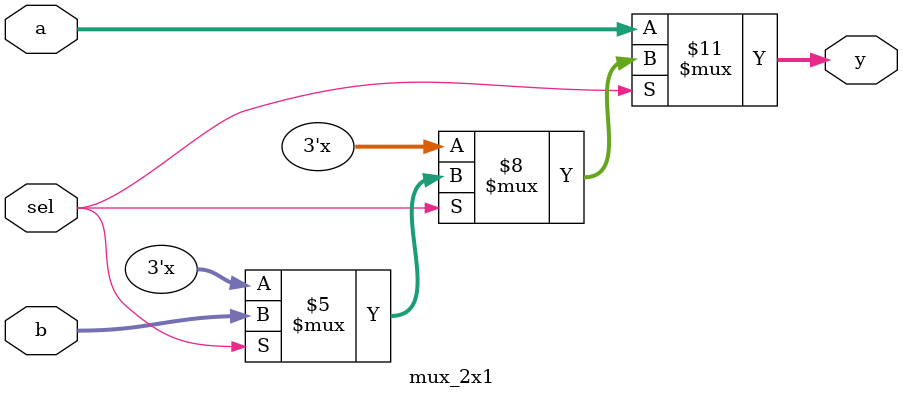
<source format=v>
module mux_2x1(y, a, b, sel);
    input [2:0] a,b; 
    input sel; 
    output reg [2:0] y;

    always @(a,b,sel)
        begin
            if (sel == 1'b0)
                y=a;
            else if (sel==1'b1)
                y=b;
            else
                y=3'bxxx;
        end
endmodule
</source>
